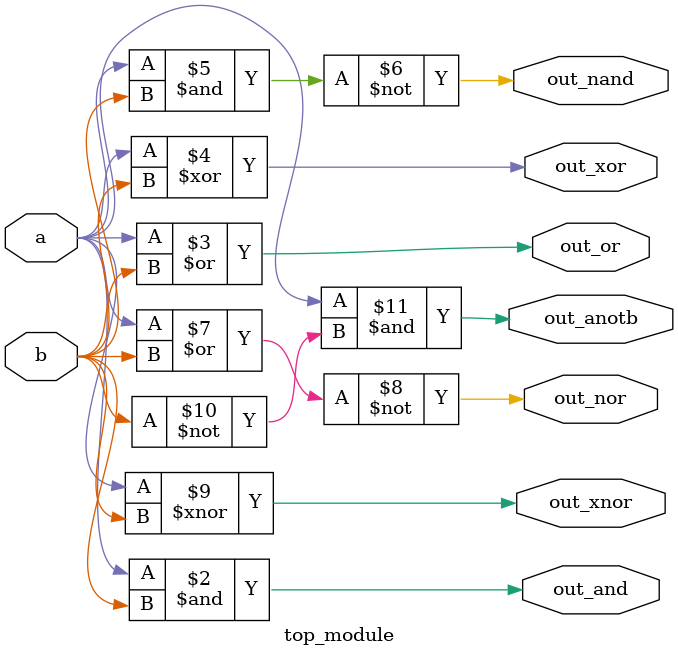
<source format=v>
module top_module( 
    input a, b,
    output out_and,
    output out_or,
    output out_xor,
    output out_nand,
    output out_nor,
    output out_xnor,
    output out_anotb
);
    always@(*)
        begin
            out_and = a & b;
            out_or = a | b;
            out_xor = a ^ b;
            out_nand = ~(a & b);
            out_nor = ~(a | b);
            out_xnor = a ~^ b;
            out_anotb = a & ~b;
        end
endmodule

</source>
